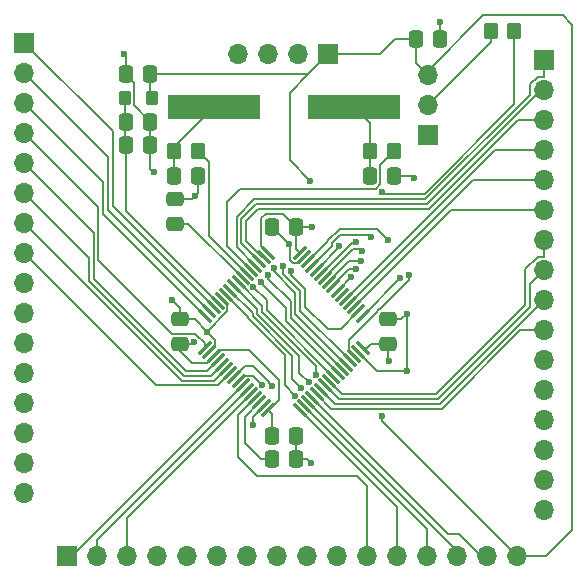
<source format=gtl>
G04 #@! TF.GenerationSoftware,KiCad,Pcbnew,8.0.5*
G04 #@! TF.CreationDate,2024-11-24T11:50:22+01:00*
G04 #@! TF.ProjectId,stm32_template,73746d33-325f-4746-956d-706c6174652e,rev?*
G04 #@! TF.SameCoordinates,Original*
G04 #@! TF.FileFunction,Copper,L1,Top*
G04 #@! TF.FilePolarity,Positive*
%FSLAX46Y46*%
G04 Gerber Fmt 4.6, Leading zero omitted, Abs format (unit mm)*
G04 Created by KiCad (PCBNEW 8.0.5) date 2024-11-24 11:50:22*
%MOMM*%
%LPD*%
G01*
G04 APERTURE LIST*
G04 Aperture macros list*
%AMRoundRect*
0 Rectangle with rounded corners*
0 $1 Rounding radius*
0 $2 $3 $4 $5 $6 $7 $8 $9 X,Y pos of 4 corners*
0 Add a 4 corners polygon primitive as box body*
4,1,4,$2,$3,$4,$5,$6,$7,$8,$9,$2,$3,0*
0 Add four circle primitives for the rounded corners*
1,1,$1+$1,$2,$3*
1,1,$1+$1,$4,$5*
1,1,$1+$1,$6,$7*
1,1,$1+$1,$8,$9*
0 Add four rect primitives between the rounded corners*
20,1,$1+$1,$2,$3,$4,$5,0*
20,1,$1+$1,$4,$5,$6,$7,0*
20,1,$1+$1,$6,$7,$8,$9,0*
20,1,$1+$1,$8,$9,$2,$3,0*%
G04 Aperture macros list end*
G04 #@! TA.AperFunction,SMDPad,CuDef*
%ADD10RoundRect,0.250000X-0.475000X0.337500X-0.475000X-0.337500X0.475000X-0.337500X0.475000X0.337500X0*%
G04 #@! TD*
G04 #@! TA.AperFunction,SMDPad,CuDef*
%ADD11RoundRect,0.250000X-0.337500X-0.475000X0.337500X-0.475000X0.337500X0.475000X-0.337500X0.475000X0*%
G04 #@! TD*
G04 #@! TA.AperFunction,SMDPad,CuDef*
%ADD12RoundRect,0.250000X0.337500X0.475000X-0.337500X0.475000X-0.337500X-0.475000X0.337500X-0.475000X0*%
G04 #@! TD*
G04 #@! TA.AperFunction,SMDPad,CuDef*
%ADD13R,7.875000X2.000000*%
G04 #@! TD*
G04 #@! TA.AperFunction,ComponentPad*
%ADD14R,1.700000X1.700000*%
G04 #@! TD*
G04 #@! TA.AperFunction,ComponentPad*
%ADD15O,1.700000X1.700000*%
G04 #@! TD*
G04 #@! TA.AperFunction,SMDPad,CuDef*
%ADD16RoundRect,0.250000X-0.350000X-0.450000X0.350000X-0.450000X0.350000X0.450000X-0.350000X0.450000X0*%
G04 #@! TD*
G04 #@! TA.AperFunction,SMDPad,CuDef*
%ADD17RoundRect,0.250000X-0.275000X-0.350000X0.275000X-0.350000X0.275000X0.350000X-0.275000X0.350000X0*%
G04 #@! TD*
G04 #@! TA.AperFunction,SMDPad,CuDef*
%ADD18RoundRect,0.075000X-0.548008X0.441942X0.441942X-0.548008X0.548008X-0.441942X-0.441942X0.548008X0*%
G04 #@! TD*
G04 #@! TA.AperFunction,SMDPad,CuDef*
%ADD19RoundRect,0.075000X-0.548008X-0.441942X-0.441942X-0.548008X0.548008X0.441942X0.441942X0.548008X0*%
G04 #@! TD*
G04 #@! TA.AperFunction,SMDPad,CuDef*
%ADD20RoundRect,0.250000X0.475000X-0.337500X0.475000X0.337500X-0.475000X0.337500X-0.475000X-0.337500X0*%
G04 #@! TD*
G04 #@! TA.AperFunction,ViaPad*
%ADD21C,0.600000*%
G04 #@! TD*
G04 #@! TA.AperFunction,Conductor*
%ADD22C,0.200000*%
G04 #@! TD*
G04 APERTURE END LIST*
D10*
X83800000Y-76962500D03*
X83800000Y-79037500D03*
D11*
X65662500Y-64800000D03*
X67737500Y-64800000D03*
D12*
X88250000Y-53250000D03*
X86175000Y-53250000D03*
D11*
X73962500Y-88800000D03*
X76037500Y-88800000D03*
D13*
X80937500Y-59000000D03*
X69062500Y-59000000D03*
D14*
X87200000Y-61325000D03*
D15*
X87200000Y-58785000D03*
X87200000Y-56245000D03*
D14*
X78750000Y-54500000D03*
D15*
X76210000Y-54500000D03*
X73670000Y-54500000D03*
X71130000Y-54500000D03*
D12*
X76037500Y-86800000D03*
X73962500Y-86800000D03*
D11*
X82262500Y-64800000D03*
X84337500Y-64800000D03*
D16*
X92500000Y-52500000D03*
X94500000Y-52500000D03*
X82300000Y-62700000D03*
X84300000Y-62700000D03*
D11*
X73962500Y-69100000D03*
X76037500Y-69100000D03*
X61625000Y-56200000D03*
X63700000Y-56200000D03*
D12*
X63700000Y-62200000D03*
X61625000Y-62200000D03*
D10*
X66200000Y-76962500D03*
X66200000Y-79037500D03*
D17*
X61512500Y-58200000D03*
X63812500Y-58200000D03*
D18*
X73638821Y-71335520D03*
X73285267Y-71689072D03*
X72931714Y-72042627D03*
X72578160Y-72396179D03*
X72224606Y-72749734D03*
X71871054Y-73103287D03*
X71517501Y-73456839D03*
X71163947Y-73810394D03*
X70810394Y-74163947D03*
X70456839Y-74517501D03*
X70103287Y-74871054D03*
X69749734Y-75224606D03*
X69396179Y-75578160D03*
X69042627Y-75931714D03*
X68689072Y-76285267D03*
X68335520Y-76638821D03*
D19*
X68335520Y-79361179D03*
X68689072Y-79714733D03*
X69042627Y-80068286D03*
X69396179Y-80421840D03*
X69749734Y-80775394D03*
X70103287Y-81128946D03*
X70456839Y-81482499D03*
X70810394Y-81836053D03*
X71163947Y-82189606D03*
X71517501Y-82543161D03*
X71871054Y-82896713D03*
X72224606Y-83250266D03*
X72578160Y-83603821D03*
X72931714Y-83957373D03*
X73285267Y-84310928D03*
X73638821Y-84664480D03*
D18*
X76361179Y-84664480D03*
X76714733Y-84310928D03*
X77068286Y-83957373D03*
X77421840Y-83603821D03*
X77775394Y-83250266D03*
X78128946Y-82896713D03*
X78482499Y-82543161D03*
X78836053Y-82189606D03*
X79189606Y-81836053D03*
X79543161Y-81482499D03*
X79896713Y-81128946D03*
X80250266Y-80775394D03*
X80603821Y-80421840D03*
X80957373Y-80068286D03*
X81310928Y-79714733D03*
X81664480Y-79361179D03*
D19*
X81664480Y-76638821D03*
X81310928Y-76285267D03*
X80957373Y-75931714D03*
X80603821Y-75578160D03*
X80250266Y-75224606D03*
X79896713Y-74871054D03*
X79543161Y-74517501D03*
X79189606Y-74163947D03*
X78836053Y-73810394D03*
X78482499Y-73456839D03*
X78128946Y-73103287D03*
X77775394Y-72749734D03*
X77421840Y-72396179D03*
X77068286Y-72042627D03*
X76714733Y-71689072D03*
X76361179Y-71335520D03*
D16*
X65700000Y-62700000D03*
X67700000Y-62700000D03*
D20*
X65800000Y-68837500D03*
X65800000Y-66762500D03*
D12*
X63700000Y-60200000D03*
X61625000Y-60200000D03*
D14*
X56620000Y-97000000D03*
D15*
X59160000Y-97000000D03*
X61700000Y-97000000D03*
X64240000Y-97000000D03*
X66780000Y-97000000D03*
X69320000Y-97000000D03*
X71860000Y-97000000D03*
X74400000Y-97000000D03*
X76940000Y-97000000D03*
X79480000Y-97000000D03*
X82020000Y-97000000D03*
X84560000Y-97000000D03*
X87100000Y-97000000D03*
X89640000Y-97000000D03*
X92180000Y-97000000D03*
X94720000Y-97000000D03*
D14*
X53000000Y-53543161D03*
D15*
X53000000Y-56083161D03*
X53000000Y-58623161D03*
X53000000Y-61163161D03*
X53000000Y-63703161D03*
X53000000Y-66243161D03*
X53000000Y-68783161D03*
X53000000Y-71323161D03*
X53000000Y-73863161D03*
X53000000Y-76403161D03*
X53000000Y-78943161D03*
X53000000Y-81483161D03*
X53000000Y-84023161D03*
X53000000Y-86563161D03*
X53000000Y-89103161D03*
X53000000Y-91643161D03*
D14*
X97000000Y-55000000D03*
D15*
X97000000Y-57540000D03*
X97000000Y-60080000D03*
X97000000Y-62620000D03*
X97000000Y-65160000D03*
X97000000Y-67700000D03*
X97000000Y-70240000D03*
X97000000Y-72780000D03*
X97000000Y-75320000D03*
X97000000Y-77860000D03*
X97000000Y-80400000D03*
X97000000Y-82940000D03*
X97000000Y-85480000D03*
X97000000Y-88020000D03*
X97000000Y-90560000D03*
X97000000Y-93100000D03*
D21*
X75437500Y-70600000D03*
X61500000Y-54500000D03*
X86000000Y-65000000D03*
X68500000Y-78000000D03*
X67500000Y-66500000D03*
X65500000Y-75300000D03*
X77300000Y-89100000D03*
X85400000Y-81300000D03*
X88250000Y-51750000D03*
X64000000Y-64500000D03*
X72400000Y-85900000D03*
X85400000Y-76500000D03*
X83300000Y-85100000D03*
X77400000Y-69100000D03*
X67400000Y-78900000D03*
X77200000Y-65200000D03*
X83900000Y-80500000D03*
X84852348Y-73484639D03*
X85600000Y-73200000D03*
X79668628Y-70768628D03*
X83308271Y-66200000D03*
X77094460Y-82291003D03*
X76478013Y-82800902D03*
X75956840Y-83407846D03*
X77680244Y-81683715D03*
X73162275Y-82536527D03*
X73961328Y-82575435D03*
X72418841Y-74216758D03*
X74943989Y-72457759D03*
X73672969Y-73232165D03*
X75613235Y-72896068D03*
X74155713Y-72594229D03*
X73087045Y-73776863D03*
X83800000Y-70200000D03*
X82400000Y-69974265D03*
X80700000Y-73400000D03*
X81500000Y-72007178D03*
X81650000Y-71150000D03*
X81100000Y-72700000D03*
X81075735Y-70400000D03*
D22*
X70220656Y-76279344D02*
X68500000Y-78000000D01*
X75625661Y-70600000D02*
X75536703Y-70688958D01*
X68689072Y-79714733D02*
X69159996Y-79243809D01*
X63700000Y-64200000D02*
X64000000Y-64500000D01*
X72400000Y-85196195D02*
X72400000Y-85900000D01*
X62337500Y-58837500D02*
X63700000Y-60200000D01*
X66200000Y-76962500D02*
X67462500Y-76962500D01*
X61625000Y-56200000D02*
X61625000Y-54625000D01*
X84337500Y-64800000D02*
X85800000Y-64800000D01*
X75806797Y-72159996D02*
X76243809Y-72159996D01*
X67737500Y-66262500D02*
X67500000Y-66500000D01*
X75536703Y-71889902D02*
X75806797Y-72159996D01*
X73962500Y-69125000D02*
X73962500Y-69100000D01*
X77000000Y-88800000D02*
X77300000Y-89100000D01*
X75437500Y-70600000D02*
X75625661Y-70600000D01*
X75536703Y-70688958D02*
X75536703Y-71889902D01*
X66200000Y-76000000D02*
X65500000Y-75300000D01*
X84937500Y-76962500D02*
X85400000Y-76500000D01*
X83800000Y-76962500D02*
X84937500Y-76962500D01*
X61625000Y-54625000D02*
X61500000Y-54500000D01*
X75437500Y-70600000D02*
X73962500Y-69125000D01*
X61625000Y-56200000D02*
X62337500Y-56912500D01*
X85400000Y-81300000D02*
X82896195Y-81300000D01*
X82896195Y-81300000D02*
X81310928Y-79714733D01*
X67737500Y-64800000D02*
X67737500Y-66262500D01*
X62337500Y-56912500D02*
X62337500Y-58837500D01*
X65800000Y-66762500D02*
X67237500Y-66762500D01*
X66200000Y-76962500D02*
X66200000Y-76000000D01*
X69159996Y-79243809D02*
X69159996Y-78659996D01*
X73285267Y-84310928D02*
X72400000Y-85196195D01*
X63700000Y-62200000D02*
X63700000Y-64200000D01*
X76037500Y-88800000D02*
X77000000Y-88800000D01*
X85400000Y-81300000D02*
X85400000Y-76500000D01*
X85800000Y-64800000D02*
X86000000Y-65000000D01*
X67462500Y-76962500D02*
X68500000Y-78000000D01*
X70220656Y-75695529D02*
X70220656Y-76279344D01*
X76243809Y-72159996D02*
X76714733Y-71689072D01*
X88250000Y-53250000D02*
X88250000Y-51750000D01*
X69749733Y-75224606D02*
X70220656Y-75695529D01*
X63700000Y-60200000D02*
X63700000Y-62200000D01*
X69159996Y-78659996D02*
X68500000Y-78000000D01*
X76037500Y-88800000D02*
X76037500Y-86800000D01*
X67237500Y-66762500D02*
X67500000Y-66500000D01*
X87200000Y-56245000D02*
X87200000Y-55897500D01*
X82038820Y-79361180D02*
X82400000Y-79000000D01*
X73075000Y-68390256D02*
X73465256Y-68000000D01*
X78750000Y-54500000D02*
X83175000Y-54500000D01*
X83175000Y-54500000D02*
X84425000Y-53250000D01*
X67262500Y-79037500D02*
X66200000Y-79037500D01*
X66200000Y-79037500D02*
X66200000Y-79625000D01*
X75500000Y-57750000D02*
X75500000Y-63500000D01*
X74561328Y-83741973D02*
X74561328Y-82061328D01*
X77050000Y-56200000D02*
X63700000Y-56200000D01*
X86175000Y-53250000D02*
X86175000Y-55220000D01*
X76037500Y-69100000D02*
X76037500Y-71011839D01*
X99400000Y-52000000D02*
X99400000Y-94800000D01*
X82400000Y-79000000D02*
X83762500Y-79000000D01*
X76037500Y-71011839D02*
X76361180Y-71335519D01*
X73962500Y-84988161D02*
X73638820Y-84664481D01*
X83762500Y-79000000D02*
X83800000Y-79037500D01*
X72034746Y-79534746D02*
X69576167Y-79534746D01*
X83300000Y-85100000D02*
X83300000Y-85580000D01*
X91897500Y-51200000D02*
X98600000Y-51200000D01*
X77050000Y-56200000D02*
X75500000Y-57750000D01*
X81664481Y-79361180D02*
X82038820Y-79361180D01*
X63700000Y-56200000D02*
X63700000Y-58087500D01*
X87200000Y-55897500D02*
X91897500Y-51200000D01*
X69576167Y-79534746D02*
X69042626Y-80068287D01*
X78750000Y-54500000D02*
X77050000Y-56200000D01*
X73962500Y-86800000D02*
X73962500Y-84988161D01*
X83800000Y-79037500D02*
X83800000Y-80400000D01*
X99400000Y-94800000D02*
X97200000Y-97000000D01*
X73075000Y-70771699D02*
X73075000Y-68390256D01*
X73638820Y-71335519D02*
X73075000Y-70771699D01*
X84425000Y-53250000D02*
X86175000Y-53250000D01*
X83300000Y-85580000D02*
X94720000Y-97000000D01*
X63700000Y-58087500D02*
X63812500Y-58200000D01*
X67186521Y-80611521D02*
X68499392Y-80611521D01*
X66200000Y-79625000D02*
X67186521Y-80611521D01*
X86175000Y-55220000D02*
X87200000Y-56245000D01*
X75500000Y-63500000D02*
X77200000Y-65200000D01*
X98600000Y-51200000D02*
X99400000Y-52000000D01*
X76037500Y-69100000D02*
X77400000Y-69100000D01*
X83800000Y-80400000D02*
X83900000Y-80500000D01*
X73638820Y-84664481D02*
X74561328Y-83741973D01*
X68499392Y-80611521D02*
X69042626Y-80068287D01*
X74937500Y-68000000D02*
X76037500Y-69100000D01*
X73465256Y-68000000D02*
X74937500Y-68000000D01*
X97200000Y-97000000D02*
X94720000Y-97000000D01*
X67400000Y-78900000D02*
X67262500Y-79037500D01*
X74561328Y-82061328D02*
X72034746Y-79534746D01*
X66898161Y-68837500D02*
X71517500Y-73456839D01*
X65800000Y-68837500D02*
X66898161Y-68837500D01*
X69396179Y-75578160D02*
X61625000Y-67806981D01*
X61512500Y-58200000D02*
X61512500Y-62087500D01*
X61625000Y-67806981D02*
X61625000Y-62200000D01*
X61512500Y-62087500D02*
X61625000Y-62200000D01*
X82262500Y-64800000D02*
X82262500Y-60325000D01*
X82262500Y-60325000D02*
X80937500Y-59000000D01*
X65662500Y-64800000D02*
X65662500Y-62400000D01*
X65662500Y-62400000D02*
X69062500Y-59000000D01*
X72931713Y-83957374D02*
X71700000Y-85189087D01*
X73100000Y-88800000D02*
X73962500Y-88800000D01*
X71700000Y-87400000D02*
X73100000Y-88800000D01*
X71700000Y-85189087D02*
X71700000Y-87400000D01*
X92500000Y-52500000D02*
X92500000Y-53485000D01*
X92500000Y-53485000D02*
X87200000Y-58785000D01*
X81664481Y-76638820D02*
X81698167Y-76638820D01*
X81698167Y-76638820D02*
X84852348Y-73484639D01*
X82775000Y-76390256D02*
X83090256Y-76075000D01*
X85600000Y-73600000D02*
X85600000Y-73200000D01*
X80486451Y-79597364D02*
X80486451Y-78713549D01*
X80486451Y-78713549D02*
X82775000Y-76425000D01*
X83090256Y-76075000D02*
X83125000Y-76075000D01*
X82775000Y-76425000D02*
X82775000Y-76390256D01*
X80957374Y-80068287D02*
X80486451Y-79597364D01*
X83125000Y-76075000D02*
X85600000Y-73600000D01*
X83308271Y-66200000D02*
X83408271Y-66300000D01*
X86912129Y-66300000D02*
X94500000Y-58712129D01*
X79668628Y-70856499D02*
X77775394Y-72749733D01*
X83408271Y-66300000D02*
X86912129Y-66300000D01*
X79668628Y-70768628D02*
X79668628Y-70856499D01*
X94500000Y-58712129D02*
X94500000Y-52500000D01*
X82759744Y-65900000D02*
X71300000Y-65900000D01*
X84300000Y-62700000D02*
X83150000Y-63850000D01*
X83150000Y-63850000D02*
X83150000Y-65509744D01*
X83150000Y-65509744D02*
X82759744Y-65900000D01*
X71300000Y-65900000D02*
X70200000Y-67000000D01*
X70200000Y-70725127D02*
X72224606Y-72749733D01*
X70200000Y-67000000D02*
X70200000Y-70725127D01*
X68625000Y-69857233D02*
X68625000Y-63625000D01*
X68625000Y-63625000D02*
X67700000Y-62700000D01*
X71871053Y-73103286D02*
X68625000Y-69857233D01*
X95450000Y-72703654D02*
X95450000Y-75738628D01*
X97000000Y-71630000D02*
X96523654Y-71630000D01*
X95450000Y-75738628D02*
X87888628Y-83300000D01*
X79946447Y-83300000D02*
X78836054Y-82189607D01*
X97000000Y-70240000D02*
X97000000Y-71630000D01*
X96523654Y-71630000D02*
X95450000Y-72703654D01*
X87888628Y-83300000D02*
X79946447Y-83300000D01*
X94829187Y-60080000D02*
X97000000Y-60080000D01*
X71800000Y-68631372D02*
X72831372Y-67600000D01*
X71800000Y-70345227D02*
X71800000Y-68631372D01*
X73285267Y-71689072D02*
X73143845Y-71689072D01*
X87309187Y-67600000D02*
X94829187Y-60080000D01*
X73143845Y-71689072D02*
X71800000Y-70345227D01*
X72831372Y-67600000D02*
X87309187Y-67600000D01*
X76298386Y-80076205D02*
X72745490Y-76523309D01*
X76298386Y-81494929D02*
X76298386Y-80076205D01*
X72745490Y-76099043D02*
X70810393Y-74163946D01*
X77094460Y-82291003D02*
X76298386Y-81494929D01*
X72745490Y-76523309D02*
X72745490Y-76099043D01*
X92854873Y-62620000D02*
X80250267Y-75224606D01*
X97000000Y-62620000D02*
X92854873Y-62620000D01*
X97000000Y-67700000D02*
X89189087Y-67700000D01*
X89189087Y-67700000D02*
X80957374Y-75931713D01*
X76478013Y-82800902D02*
X75701688Y-82024577D01*
X75701688Y-82024577D02*
X75701688Y-80045193D01*
X72345490Y-76406151D02*
X70456839Y-74517500D01*
X72345490Y-76688995D02*
X72345490Y-76406151D01*
X75701688Y-80045193D02*
X72345490Y-76688995D01*
X71945490Y-76713257D02*
X70103286Y-74871053D01*
X75091422Y-82542428D02*
X75091422Y-80000613D01*
X75956840Y-83407846D02*
X75091422Y-82542428D01*
X75091422Y-80000613D02*
X71945490Y-76854681D01*
X71945490Y-76854681D02*
X71945490Y-76713257D01*
X77680244Y-81683715D02*
X77680244Y-80892377D01*
X73145490Y-76357623D02*
X73145490Y-75791937D01*
X73145490Y-75791937D02*
X71163946Y-73810393D01*
X77680244Y-80892377D02*
X73145490Y-76357623D01*
X97000000Y-65160000D02*
X91021981Y-65160000D01*
X91021981Y-65160000D02*
X80603821Y-75578160D01*
X72665686Y-67200000D02*
X71400000Y-68465686D01*
X97000000Y-57540000D02*
X96803501Y-57540000D01*
X71400000Y-68465686D02*
X71400000Y-70510913D01*
X87143501Y-67200000D02*
X72665686Y-67200000D01*
X96803501Y-57540000D02*
X87143501Y-67200000D01*
X71400000Y-70510913D02*
X72931713Y-72042626D01*
X73162275Y-82536527D02*
X72344432Y-81718684D01*
X72344432Y-81718684D02*
X71634869Y-81718684D01*
X71634869Y-81718684D02*
X71163946Y-82189607D01*
X88054314Y-83700000D02*
X95850000Y-75904314D01*
X79639339Y-83700000D02*
X88054314Y-83700000D01*
X95850000Y-75904314D02*
X95850000Y-73930000D01*
X95850000Y-73930000D02*
X97000000Y-72780000D01*
X78482500Y-82543161D02*
X79639339Y-83700000D01*
X72500000Y-66800000D02*
X86977815Y-66800000D01*
X72578160Y-72396179D02*
X71000000Y-70818019D01*
X71000000Y-70818019D02*
X71000000Y-68300000D01*
X95850000Y-57927815D02*
X95850000Y-57063654D01*
X95850000Y-57063654D02*
X96523654Y-56390000D01*
X71000000Y-68300000D02*
X72500000Y-66800000D01*
X97000000Y-56390000D02*
X97000000Y-55000000D01*
X96523654Y-56390000D02*
X97000000Y-56390000D01*
X86977815Y-66800000D02*
X95850000Y-57927815D01*
X73961328Y-82575435D02*
X73762275Y-82376382D01*
X73762275Y-82376382D02*
X73762275Y-82287998D01*
X71746447Y-80900000D02*
X70810393Y-81836054D01*
X73762275Y-82287998D02*
X72374277Y-80900000D01*
X72374277Y-80900000D02*
X71746447Y-80900000D01*
X88220000Y-84100000D02*
X97000000Y-75320000D01*
X78128947Y-82896714D02*
X79332233Y-84100000D01*
X79332233Y-84100000D02*
X88220000Y-84100000D01*
X95025686Y-77860000D02*
X97000000Y-77860000D01*
X79025127Y-84500000D02*
X88385686Y-84500000D01*
X88385686Y-84500000D02*
X95025686Y-77860000D01*
X77775394Y-83250267D02*
X79025127Y-84500000D01*
X69102456Y-82129777D02*
X66346616Y-82129777D01*
X70103286Y-81128947D02*
X69102456Y-82129777D01*
X66346616Y-82129777D02*
X53000000Y-68783161D01*
X73545490Y-75343407D02*
X73545490Y-76191937D01*
X72418841Y-74216758D02*
X73545490Y-75343407D01*
X73545490Y-76191937D02*
X79189607Y-81836054D01*
X65550000Y-78150000D02*
X59300000Y-71900000D01*
X59300000Y-71900000D02*
X59300000Y-67463161D01*
X67498529Y-78150000D02*
X65550000Y-78150000D01*
X68335519Y-79361180D02*
X68335519Y-78986990D01*
X59300000Y-67463161D02*
X53000000Y-61163161D01*
X68335519Y-78986990D02*
X67498529Y-78150000D01*
X74943989Y-72457759D02*
X74943989Y-73088970D01*
X76384022Y-76202041D02*
X80603821Y-80421840D01*
X76384022Y-74529003D02*
X76384022Y-76202041D01*
X74943989Y-73088970D02*
X76384022Y-74529003D01*
X53000000Y-71323161D02*
X64206616Y-82529777D01*
X69409562Y-82529777D02*
X70456839Y-81482500D01*
X64206616Y-82529777D02*
X69409562Y-82529777D01*
X73672969Y-73514258D02*
X75584022Y-75425311D01*
X73672969Y-73232165D02*
X73672969Y-73514258D01*
X75584022Y-76816255D02*
X79896714Y-81128947D01*
X75584022Y-75425311D02*
X75584022Y-76816255D01*
X53000000Y-58623161D02*
X59700000Y-65323161D01*
X59700000Y-65323161D02*
X59700000Y-68003301D01*
X59700000Y-68003301D02*
X68335519Y-76638820D01*
X60100000Y-63183161D02*
X53000000Y-56083161D01*
X68689072Y-76285267D02*
X60100000Y-67696195D01*
X60100000Y-67696195D02*
X60100000Y-63183161D01*
X78700000Y-77800000D02*
X79796195Y-77800000D01*
X75613235Y-73192530D02*
X76784022Y-74363317D01*
X76784022Y-75884022D02*
X78700000Y-77800000D01*
X79796195Y-77800000D02*
X81310928Y-76285267D01*
X75613235Y-72896068D02*
X75613235Y-73192530D01*
X76784022Y-74363317D02*
X76784022Y-75884022D01*
X66564091Y-81729777D02*
X68795350Y-81729777D01*
X58500000Y-71743161D02*
X58500000Y-73665686D01*
X53000000Y-66243161D02*
X58500000Y-71743161D01*
X68795350Y-81729777D02*
X69749733Y-80775394D01*
X58500000Y-73665686D02*
X66564091Y-81729777D01*
X74155713Y-72594229D02*
X74155713Y-72866380D01*
X74155713Y-72866380D02*
X75984022Y-74694689D01*
X75984022Y-74694689D02*
X75984022Y-76509149D01*
X75984022Y-76509149D02*
X80250267Y-80775394D01*
X66729777Y-81329777D02*
X68488242Y-81329777D01*
X53000000Y-63703161D02*
X58900000Y-69603161D01*
X68488242Y-81329777D02*
X69396179Y-80421840D01*
X58900000Y-69603161D02*
X58900000Y-73500000D01*
X58900000Y-73500000D02*
X66729777Y-81329777D01*
X73087045Y-73854361D02*
X75184022Y-75951338D01*
X75184022Y-77123361D02*
X79543161Y-81482500D01*
X73087045Y-73776863D02*
X73087045Y-73854361D01*
X75184022Y-75951338D02*
X75184022Y-77123361D01*
X60500000Y-67389087D02*
X69042626Y-75931713D01*
X53000000Y-53543161D02*
X60500000Y-61043161D01*
X60500000Y-61043161D02*
X60500000Y-67389087D01*
X89800000Y-95100000D02*
X88918019Y-95100000D01*
X91700000Y-97000000D02*
X89800000Y-95100000D01*
X92180000Y-97000000D02*
X91700000Y-97000000D01*
X88918019Y-95100000D02*
X77421840Y-83603821D01*
X87100000Y-94696195D02*
X76714733Y-84310928D01*
X87100000Y-97000000D02*
X87100000Y-94696195D01*
X61700000Y-97000000D02*
X61700000Y-93774873D01*
X61700000Y-93774873D02*
X72224606Y-83250267D01*
X78668628Y-70354413D02*
X78668628Y-70442285D01*
X82900000Y-69300000D02*
X79723041Y-69300000D01*
X83800000Y-70200000D02*
X82900000Y-69300000D01*
X79723041Y-69300000D02*
X78668628Y-70354413D01*
X78668628Y-70442285D02*
X77068287Y-72042626D01*
X71100000Y-85081981D02*
X72578160Y-83603821D01*
X82020000Y-97000000D02*
X82020000Y-91020000D01*
X71100000Y-88600000D02*
X71100000Y-85081981D01*
X81200000Y-90200000D02*
X72700000Y-90200000D01*
X72700000Y-90200000D02*
X71100000Y-88600000D01*
X82020000Y-91020000D02*
X81200000Y-90200000D01*
X57060661Y-97000000D02*
X71517500Y-82543161D01*
X56620000Y-97000000D02*
X57060661Y-97000000D01*
X82400000Y-69974265D02*
X82225735Y-69800000D01*
X79068628Y-70520099D02*
X79068628Y-70749391D01*
X79788727Y-69800000D02*
X79068628Y-70520099D01*
X79068628Y-70749391D02*
X77421840Y-72396179D01*
X82225735Y-69800000D02*
X79788727Y-69800000D01*
X84560000Y-92863301D02*
X84560000Y-97000000D01*
X76361180Y-84664481D02*
X84560000Y-92863301D01*
X80700000Y-73400000D02*
X80660661Y-73400000D01*
X80660661Y-73400000D02*
X79543161Y-74517500D01*
X89640000Y-97000000D02*
X89640000Y-96529087D01*
X89640000Y-96529087D02*
X77068287Y-83957374D01*
X59160000Y-95607767D02*
X71871053Y-82896714D01*
X59160000Y-97000000D02*
X59160000Y-95607767D01*
X78836054Y-73715417D02*
X78836054Y-73810393D01*
X81500000Y-72007178D02*
X80544293Y-72007178D01*
X80544293Y-72007178D02*
X78836054Y-73715417D01*
X81650000Y-71150000D02*
X81500000Y-71000000D01*
X78482500Y-73368971D02*
X78482500Y-73456839D01*
X80851471Y-71000000D02*
X78482500Y-73368971D01*
X81500000Y-71000000D02*
X80851471Y-71000000D01*
X79189607Y-74061864D02*
X79189607Y-74163946D01*
X81100000Y-72700000D02*
X80551471Y-72700000D01*
X80551471Y-72700000D02*
X79189607Y-74061864D01*
X81075735Y-70400000D02*
X80885785Y-70400000D01*
X80885785Y-70400000D02*
X78182499Y-73103286D01*
X78182499Y-73103286D02*
X78128947Y-73103286D01*
M02*

</source>
